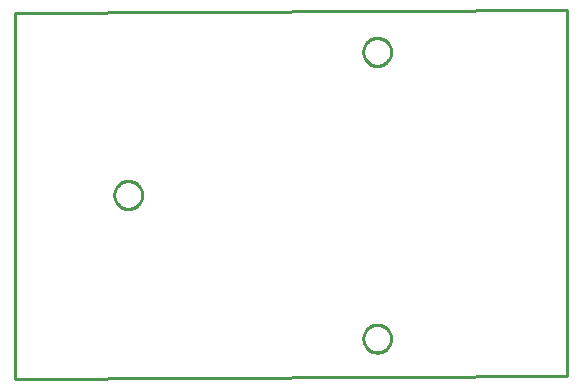
<source format=gbr>
G04 EAGLE Gerber RS-274X export*
G75*
%MOMM*%
%FSLAX34Y34*%
%LPD*%
%IN*%
%IPPOS*%
%AMOC8*
5,1,8,0,0,1.08239X$1,22.5*%
G01*
%ADD10C,0.254000*%


D10*
X5080Y7620D02*
X472440Y10160D01*
X472440Y320040D01*
X5080Y317500D01*
X5080Y7620D01*
X323154Y284272D02*
X323082Y283352D01*
X322937Y282440D01*
X322722Y281542D01*
X322436Y280664D01*
X322083Y279811D01*
X321664Y278988D01*
X321181Y278201D01*
X320639Y277454D01*
X320039Y276752D01*
X319386Y276099D01*
X318684Y275499D01*
X317937Y274957D01*
X317150Y274474D01*
X316327Y274055D01*
X315474Y273702D01*
X314596Y273416D01*
X313698Y273201D01*
X312786Y273056D01*
X311866Y272984D01*
X310942Y272984D01*
X310022Y273056D01*
X309110Y273201D01*
X308212Y273416D01*
X307334Y273702D01*
X306481Y274055D01*
X305658Y274474D01*
X304871Y274957D01*
X304124Y275499D01*
X303422Y276099D01*
X302769Y276752D01*
X302169Y277454D01*
X301627Y278201D01*
X301144Y278988D01*
X300725Y279811D01*
X300372Y280664D01*
X300086Y281542D01*
X299871Y282440D01*
X299726Y283352D01*
X299654Y284272D01*
X299654Y285196D01*
X299726Y286116D01*
X299871Y287028D01*
X300086Y287926D01*
X300372Y288804D01*
X300725Y289657D01*
X301144Y290480D01*
X301627Y291267D01*
X302169Y292014D01*
X302769Y292716D01*
X303422Y293369D01*
X304124Y293969D01*
X304871Y294511D01*
X305658Y294994D01*
X306481Y295413D01*
X307334Y295766D01*
X308212Y296052D01*
X309110Y296267D01*
X310022Y296412D01*
X310942Y296484D01*
X311866Y296484D01*
X312786Y296412D01*
X313698Y296267D01*
X314596Y296052D01*
X315474Y295766D01*
X316327Y295413D01*
X317150Y294994D01*
X317937Y294511D01*
X318684Y293969D01*
X319386Y293369D01*
X320039Y292716D01*
X320639Y292014D01*
X321181Y291267D01*
X321664Y290480D01*
X322083Y289657D01*
X322436Y288804D01*
X322722Y287926D01*
X322937Y287028D01*
X323082Y286116D01*
X323154Y285196D01*
X323154Y284272D01*
X112334Y163114D02*
X112262Y162194D01*
X112117Y161282D01*
X111902Y160384D01*
X111616Y159506D01*
X111263Y158653D01*
X110844Y157830D01*
X110361Y157043D01*
X109819Y156296D01*
X109219Y155594D01*
X108566Y154941D01*
X107864Y154341D01*
X107117Y153799D01*
X106330Y153316D01*
X105507Y152897D01*
X104654Y152544D01*
X103776Y152258D01*
X102878Y152043D01*
X101966Y151898D01*
X101046Y151826D01*
X100122Y151826D01*
X99202Y151898D01*
X98290Y152043D01*
X97392Y152258D01*
X96514Y152544D01*
X95661Y152897D01*
X94838Y153316D01*
X94051Y153799D01*
X93304Y154341D01*
X92602Y154941D01*
X91949Y155594D01*
X91349Y156296D01*
X90807Y157043D01*
X90324Y157830D01*
X89905Y158653D01*
X89552Y159506D01*
X89266Y160384D01*
X89051Y161282D01*
X88906Y162194D01*
X88834Y163114D01*
X88834Y164038D01*
X88906Y164958D01*
X89051Y165870D01*
X89266Y166768D01*
X89552Y167646D01*
X89905Y168499D01*
X90324Y169322D01*
X90807Y170109D01*
X91349Y170856D01*
X91949Y171558D01*
X92602Y172211D01*
X93304Y172811D01*
X94051Y173353D01*
X94838Y173836D01*
X95661Y174255D01*
X96514Y174608D01*
X97392Y174894D01*
X98290Y175109D01*
X99202Y175254D01*
X100122Y175326D01*
X101046Y175326D01*
X101966Y175254D01*
X102878Y175109D01*
X103776Y174894D01*
X104654Y174608D01*
X105507Y174255D01*
X106330Y173836D01*
X107117Y173353D01*
X107864Y172811D01*
X108566Y172211D01*
X109219Y171558D01*
X109819Y170856D01*
X110361Y170109D01*
X110844Y169322D01*
X111263Y168499D01*
X111616Y167646D01*
X111902Y166768D01*
X112117Y165870D01*
X112262Y164958D01*
X112334Y164038D01*
X112334Y163114D01*
X323154Y41448D02*
X323082Y40528D01*
X322937Y39616D01*
X322722Y38718D01*
X322436Y37840D01*
X322083Y36987D01*
X321664Y36164D01*
X321181Y35377D01*
X320639Y34630D01*
X320039Y33928D01*
X319386Y33275D01*
X318684Y32675D01*
X317937Y32133D01*
X317150Y31650D01*
X316327Y31231D01*
X315474Y30878D01*
X314596Y30592D01*
X313698Y30377D01*
X312786Y30232D01*
X311866Y30160D01*
X310942Y30160D01*
X310022Y30232D01*
X309110Y30377D01*
X308212Y30592D01*
X307334Y30878D01*
X306481Y31231D01*
X305658Y31650D01*
X304871Y32133D01*
X304124Y32675D01*
X303422Y33275D01*
X302769Y33928D01*
X302169Y34630D01*
X301627Y35377D01*
X301144Y36164D01*
X300725Y36987D01*
X300372Y37840D01*
X300086Y38718D01*
X299871Y39616D01*
X299726Y40528D01*
X299654Y41448D01*
X299654Y42372D01*
X299726Y43292D01*
X299871Y44204D01*
X300086Y45102D01*
X300372Y45980D01*
X300725Y46833D01*
X301144Y47656D01*
X301627Y48443D01*
X302169Y49190D01*
X302769Y49892D01*
X303422Y50545D01*
X304124Y51145D01*
X304871Y51687D01*
X305658Y52170D01*
X306481Y52589D01*
X307334Y52942D01*
X308212Y53228D01*
X309110Y53443D01*
X310022Y53588D01*
X310942Y53660D01*
X311866Y53660D01*
X312786Y53588D01*
X313698Y53443D01*
X314596Y53228D01*
X315474Y52942D01*
X316327Y52589D01*
X317150Y52170D01*
X317937Y51687D01*
X318684Y51145D01*
X319386Y50545D01*
X320039Y49892D01*
X320639Y49190D01*
X321181Y48443D01*
X321664Y47656D01*
X322083Y46833D01*
X322436Y45980D01*
X322722Y45102D01*
X322937Y44204D01*
X323082Y43292D01*
X323154Y42372D01*
X323154Y41448D01*
M02*

</source>
